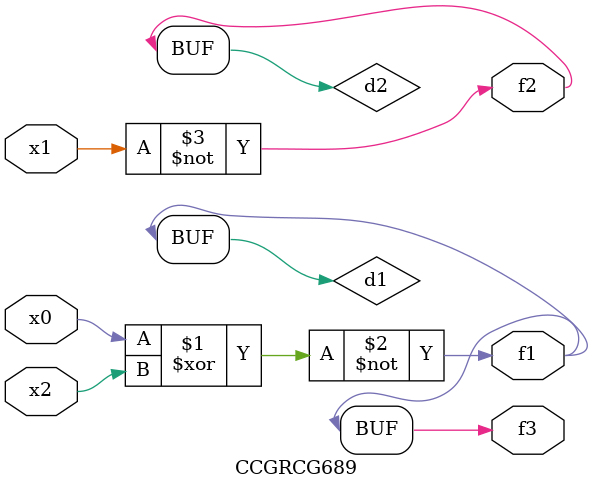
<source format=v>
module CCGRCG689(
	input x0, x1, x2,
	output f1, f2, f3
);

	wire d1, d2, d3;

	xnor (d1, x0, x2);
	nand (d2, x1);
	nor (d3, x1, x2);
	assign f1 = d1;
	assign f2 = d2;
	assign f3 = d1;
endmodule

</source>
